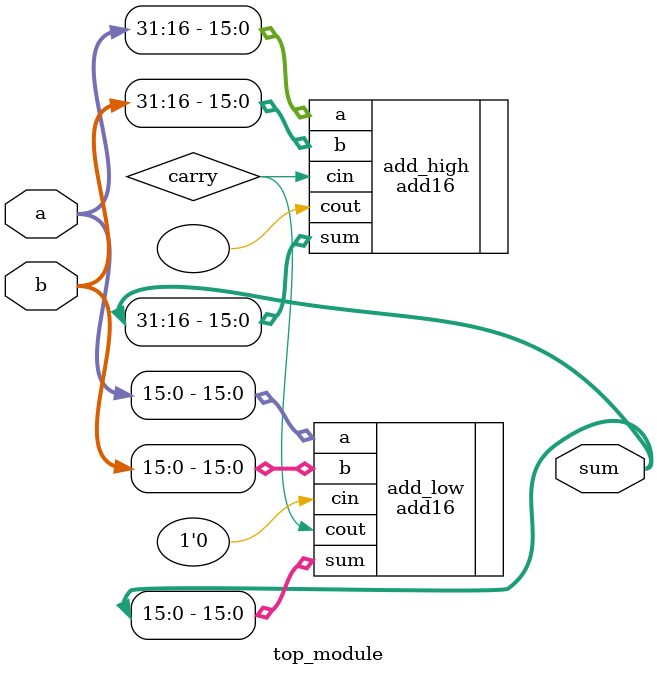
<source format=v>
 module add1(
        input a,
        input b,
        input cin,
        output sum,
        output cout
    );
	assign sum = a ^ b ^ cin;
    assign cout = (a & b) | (a & cin) | (b & cin);
endmodule

module top_module (
    input [31:0] a,
    input [31:0] b,
    output [31:0] sum
);
       wire carry;

    add16 add_low (
        .a   (a[15:0]),
        .b   (b[15:0]),
        .cin (1'b0),
        .sum (sum[15:0]),
        .cout(carry)
    );
    
    add16 add_high (
        .a   (a[31:16]),
        .b   (b[31:16]),
        .cin (carry),
        .sum (sum[31:16]),
        .cout()
    );
endmodule
</source>
